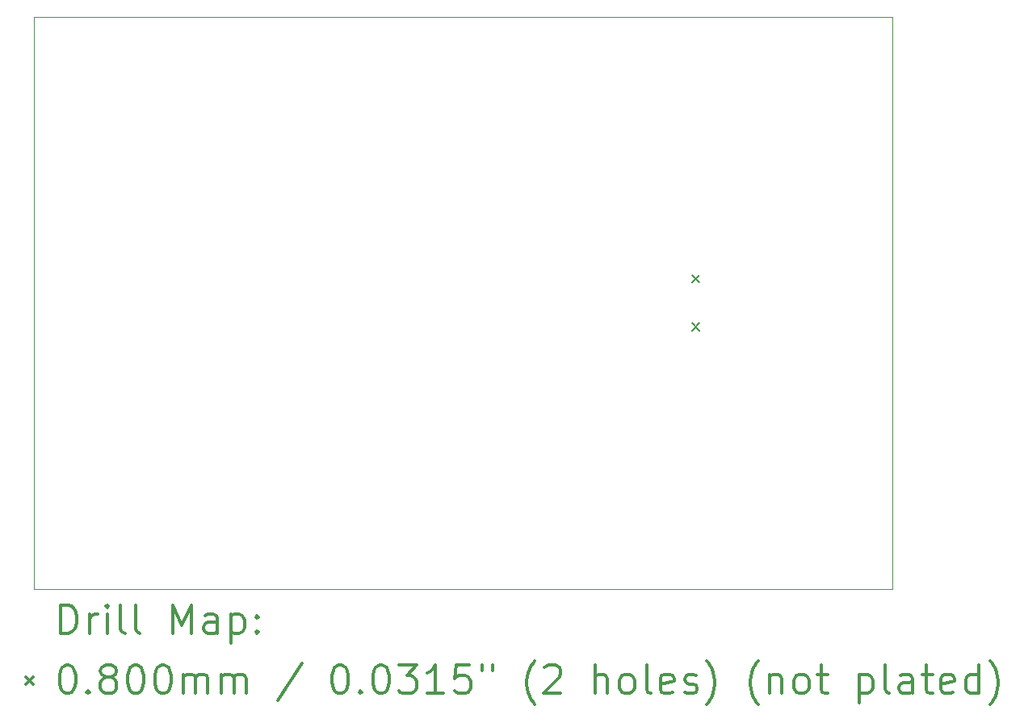
<source format=gbr>
%FSLAX45Y45*%
G04 Gerber Fmt 4.5, Leading zero omitted, Abs format (unit mm)*
G04 Created by KiCad (PCBNEW (5.1.12)-1) date 2021-12-17 11:46:13*
%MOMM*%
%LPD*%
G01*
G04 APERTURE LIST*
%TA.AperFunction,Profile*%
%ADD10C,0.050000*%
%TD*%
%ADD11C,0.200000*%
%ADD12C,0.300000*%
G04 APERTURE END LIST*
D10*
X9022000Y-7472360D02*
X18022000Y-7472360D01*
X18022000Y-7472360D02*
X18022000Y-13472360D01*
X9022000Y-13472360D02*
X9022000Y-7472360D01*
X18022000Y-13472360D02*
X9022000Y-13472360D01*
D11*
X15923682Y-10178490D02*
X16003682Y-10258490D01*
X16003682Y-10178490D02*
X15923682Y-10258490D01*
X15923682Y-10684230D02*
X16003682Y-10764230D01*
X16003682Y-10684230D02*
X15923682Y-10764230D01*
D12*
X9305928Y-13940574D02*
X9305928Y-13640574D01*
X9377357Y-13640574D01*
X9420214Y-13654860D01*
X9448786Y-13683431D01*
X9463071Y-13712003D01*
X9477357Y-13769146D01*
X9477357Y-13812003D01*
X9463071Y-13869146D01*
X9448786Y-13897717D01*
X9420214Y-13926289D01*
X9377357Y-13940574D01*
X9305928Y-13940574D01*
X9605928Y-13940574D02*
X9605928Y-13740574D01*
X9605928Y-13797717D02*
X9620214Y-13769146D01*
X9634500Y-13754860D01*
X9663071Y-13740574D01*
X9691643Y-13740574D01*
X9791643Y-13940574D02*
X9791643Y-13740574D01*
X9791643Y-13640574D02*
X9777357Y-13654860D01*
X9791643Y-13669146D01*
X9805928Y-13654860D01*
X9791643Y-13640574D01*
X9791643Y-13669146D01*
X9977357Y-13940574D02*
X9948786Y-13926289D01*
X9934500Y-13897717D01*
X9934500Y-13640574D01*
X10134500Y-13940574D02*
X10105928Y-13926289D01*
X10091643Y-13897717D01*
X10091643Y-13640574D01*
X10477357Y-13940574D02*
X10477357Y-13640574D01*
X10577357Y-13854860D01*
X10677357Y-13640574D01*
X10677357Y-13940574D01*
X10948786Y-13940574D02*
X10948786Y-13783431D01*
X10934500Y-13754860D01*
X10905928Y-13740574D01*
X10848786Y-13740574D01*
X10820214Y-13754860D01*
X10948786Y-13926289D02*
X10920214Y-13940574D01*
X10848786Y-13940574D01*
X10820214Y-13926289D01*
X10805928Y-13897717D01*
X10805928Y-13869146D01*
X10820214Y-13840574D01*
X10848786Y-13826289D01*
X10920214Y-13826289D01*
X10948786Y-13812003D01*
X11091643Y-13740574D02*
X11091643Y-14040574D01*
X11091643Y-13754860D02*
X11120214Y-13740574D01*
X11177357Y-13740574D01*
X11205928Y-13754860D01*
X11220214Y-13769146D01*
X11234500Y-13797717D01*
X11234500Y-13883431D01*
X11220214Y-13912003D01*
X11205928Y-13926289D01*
X11177357Y-13940574D01*
X11120214Y-13940574D01*
X11091643Y-13926289D01*
X11363071Y-13912003D02*
X11377357Y-13926289D01*
X11363071Y-13940574D01*
X11348786Y-13926289D01*
X11363071Y-13912003D01*
X11363071Y-13940574D01*
X11363071Y-13754860D02*
X11377357Y-13769146D01*
X11363071Y-13783431D01*
X11348786Y-13769146D01*
X11363071Y-13754860D01*
X11363071Y-13783431D01*
X8939500Y-14394860D02*
X9019500Y-14474860D01*
X9019500Y-14394860D02*
X8939500Y-14474860D01*
X9363071Y-14270574D02*
X9391643Y-14270574D01*
X9420214Y-14284860D01*
X9434500Y-14299146D01*
X9448786Y-14327717D01*
X9463071Y-14384860D01*
X9463071Y-14456289D01*
X9448786Y-14513431D01*
X9434500Y-14542003D01*
X9420214Y-14556289D01*
X9391643Y-14570574D01*
X9363071Y-14570574D01*
X9334500Y-14556289D01*
X9320214Y-14542003D01*
X9305928Y-14513431D01*
X9291643Y-14456289D01*
X9291643Y-14384860D01*
X9305928Y-14327717D01*
X9320214Y-14299146D01*
X9334500Y-14284860D01*
X9363071Y-14270574D01*
X9591643Y-14542003D02*
X9605928Y-14556289D01*
X9591643Y-14570574D01*
X9577357Y-14556289D01*
X9591643Y-14542003D01*
X9591643Y-14570574D01*
X9777357Y-14399146D02*
X9748786Y-14384860D01*
X9734500Y-14370574D01*
X9720214Y-14342003D01*
X9720214Y-14327717D01*
X9734500Y-14299146D01*
X9748786Y-14284860D01*
X9777357Y-14270574D01*
X9834500Y-14270574D01*
X9863071Y-14284860D01*
X9877357Y-14299146D01*
X9891643Y-14327717D01*
X9891643Y-14342003D01*
X9877357Y-14370574D01*
X9863071Y-14384860D01*
X9834500Y-14399146D01*
X9777357Y-14399146D01*
X9748786Y-14413431D01*
X9734500Y-14427717D01*
X9720214Y-14456289D01*
X9720214Y-14513431D01*
X9734500Y-14542003D01*
X9748786Y-14556289D01*
X9777357Y-14570574D01*
X9834500Y-14570574D01*
X9863071Y-14556289D01*
X9877357Y-14542003D01*
X9891643Y-14513431D01*
X9891643Y-14456289D01*
X9877357Y-14427717D01*
X9863071Y-14413431D01*
X9834500Y-14399146D01*
X10077357Y-14270574D02*
X10105928Y-14270574D01*
X10134500Y-14284860D01*
X10148786Y-14299146D01*
X10163071Y-14327717D01*
X10177357Y-14384860D01*
X10177357Y-14456289D01*
X10163071Y-14513431D01*
X10148786Y-14542003D01*
X10134500Y-14556289D01*
X10105928Y-14570574D01*
X10077357Y-14570574D01*
X10048786Y-14556289D01*
X10034500Y-14542003D01*
X10020214Y-14513431D01*
X10005928Y-14456289D01*
X10005928Y-14384860D01*
X10020214Y-14327717D01*
X10034500Y-14299146D01*
X10048786Y-14284860D01*
X10077357Y-14270574D01*
X10363071Y-14270574D02*
X10391643Y-14270574D01*
X10420214Y-14284860D01*
X10434500Y-14299146D01*
X10448786Y-14327717D01*
X10463071Y-14384860D01*
X10463071Y-14456289D01*
X10448786Y-14513431D01*
X10434500Y-14542003D01*
X10420214Y-14556289D01*
X10391643Y-14570574D01*
X10363071Y-14570574D01*
X10334500Y-14556289D01*
X10320214Y-14542003D01*
X10305928Y-14513431D01*
X10291643Y-14456289D01*
X10291643Y-14384860D01*
X10305928Y-14327717D01*
X10320214Y-14299146D01*
X10334500Y-14284860D01*
X10363071Y-14270574D01*
X10591643Y-14570574D02*
X10591643Y-14370574D01*
X10591643Y-14399146D02*
X10605928Y-14384860D01*
X10634500Y-14370574D01*
X10677357Y-14370574D01*
X10705928Y-14384860D01*
X10720214Y-14413431D01*
X10720214Y-14570574D01*
X10720214Y-14413431D02*
X10734500Y-14384860D01*
X10763071Y-14370574D01*
X10805928Y-14370574D01*
X10834500Y-14384860D01*
X10848786Y-14413431D01*
X10848786Y-14570574D01*
X10991643Y-14570574D02*
X10991643Y-14370574D01*
X10991643Y-14399146D02*
X11005928Y-14384860D01*
X11034500Y-14370574D01*
X11077357Y-14370574D01*
X11105928Y-14384860D01*
X11120214Y-14413431D01*
X11120214Y-14570574D01*
X11120214Y-14413431D02*
X11134500Y-14384860D01*
X11163071Y-14370574D01*
X11205928Y-14370574D01*
X11234500Y-14384860D01*
X11248786Y-14413431D01*
X11248786Y-14570574D01*
X11834500Y-14256289D02*
X11577357Y-14642003D01*
X12220214Y-14270574D02*
X12248786Y-14270574D01*
X12277357Y-14284860D01*
X12291643Y-14299146D01*
X12305928Y-14327717D01*
X12320214Y-14384860D01*
X12320214Y-14456289D01*
X12305928Y-14513431D01*
X12291643Y-14542003D01*
X12277357Y-14556289D01*
X12248786Y-14570574D01*
X12220214Y-14570574D01*
X12191643Y-14556289D01*
X12177357Y-14542003D01*
X12163071Y-14513431D01*
X12148786Y-14456289D01*
X12148786Y-14384860D01*
X12163071Y-14327717D01*
X12177357Y-14299146D01*
X12191643Y-14284860D01*
X12220214Y-14270574D01*
X12448786Y-14542003D02*
X12463071Y-14556289D01*
X12448786Y-14570574D01*
X12434500Y-14556289D01*
X12448786Y-14542003D01*
X12448786Y-14570574D01*
X12648786Y-14270574D02*
X12677357Y-14270574D01*
X12705928Y-14284860D01*
X12720214Y-14299146D01*
X12734500Y-14327717D01*
X12748786Y-14384860D01*
X12748786Y-14456289D01*
X12734500Y-14513431D01*
X12720214Y-14542003D01*
X12705928Y-14556289D01*
X12677357Y-14570574D01*
X12648786Y-14570574D01*
X12620214Y-14556289D01*
X12605928Y-14542003D01*
X12591643Y-14513431D01*
X12577357Y-14456289D01*
X12577357Y-14384860D01*
X12591643Y-14327717D01*
X12605928Y-14299146D01*
X12620214Y-14284860D01*
X12648786Y-14270574D01*
X12848786Y-14270574D02*
X13034500Y-14270574D01*
X12934500Y-14384860D01*
X12977357Y-14384860D01*
X13005928Y-14399146D01*
X13020214Y-14413431D01*
X13034500Y-14442003D01*
X13034500Y-14513431D01*
X13020214Y-14542003D01*
X13005928Y-14556289D01*
X12977357Y-14570574D01*
X12891643Y-14570574D01*
X12863071Y-14556289D01*
X12848786Y-14542003D01*
X13320214Y-14570574D02*
X13148786Y-14570574D01*
X13234500Y-14570574D02*
X13234500Y-14270574D01*
X13205928Y-14313431D01*
X13177357Y-14342003D01*
X13148786Y-14356289D01*
X13591643Y-14270574D02*
X13448786Y-14270574D01*
X13434500Y-14413431D01*
X13448786Y-14399146D01*
X13477357Y-14384860D01*
X13548786Y-14384860D01*
X13577357Y-14399146D01*
X13591643Y-14413431D01*
X13605928Y-14442003D01*
X13605928Y-14513431D01*
X13591643Y-14542003D01*
X13577357Y-14556289D01*
X13548786Y-14570574D01*
X13477357Y-14570574D01*
X13448786Y-14556289D01*
X13434500Y-14542003D01*
X13720214Y-14270574D02*
X13720214Y-14327717D01*
X13834500Y-14270574D02*
X13834500Y-14327717D01*
X14277357Y-14684860D02*
X14263071Y-14670574D01*
X14234500Y-14627717D01*
X14220214Y-14599146D01*
X14205928Y-14556289D01*
X14191643Y-14484860D01*
X14191643Y-14427717D01*
X14205928Y-14356289D01*
X14220214Y-14313431D01*
X14234500Y-14284860D01*
X14263071Y-14242003D01*
X14277357Y-14227717D01*
X14377357Y-14299146D02*
X14391643Y-14284860D01*
X14420214Y-14270574D01*
X14491643Y-14270574D01*
X14520214Y-14284860D01*
X14534500Y-14299146D01*
X14548786Y-14327717D01*
X14548786Y-14356289D01*
X14534500Y-14399146D01*
X14363071Y-14570574D01*
X14548786Y-14570574D01*
X14905928Y-14570574D02*
X14905928Y-14270574D01*
X15034500Y-14570574D02*
X15034500Y-14413431D01*
X15020214Y-14384860D01*
X14991643Y-14370574D01*
X14948786Y-14370574D01*
X14920214Y-14384860D01*
X14905928Y-14399146D01*
X15220214Y-14570574D02*
X15191643Y-14556289D01*
X15177357Y-14542003D01*
X15163071Y-14513431D01*
X15163071Y-14427717D01*
X15177357Y-14399146D01*
X15191643Y-14384860D01*
X15220214Y-14370574D01*
X15263071Y-14370574D01*
X15291643Y-14384860D01*
X15305928Y-14399146D01*
X15320214Y-14427717D01*
X15320214Y-14513431D01*
X15305928Y-14542003D01*
X15291643Y-14556289D01*
X15263071Y-14570574D01*
X15220214Y-14570574D01*
X15491643Y-14570574D02*
X15463071Y-14556289D01*
X15448786Y-14527717D01*
X15448786Y-14270574D01*
X15720214Y-14556289D02*
X15691643Y-14570574D01*
X15634500Y-14570574D01*
X15605928Y-14556289D01*
X15591643Y-14527717D01*
X15591643Y-14413431D01*
X15605928Y-14384860D01*
X15634500Y-14370574D01*
X15691643Y-14370574D01*
X15720214Y-14384860D01*
X15734500Y-14413431D01*
X15734500Y-14442003D01*
X15591643Y-14470574D01*
X15848786Y-14556289D02*
X15877357Y-14570574D01*
X15934500Y-14570574D01*
X15963071Y-14556289D01*
X15977357Y-14527717D01*
X15977357Y-14513431D01*
X15963071Y-14484860D01*
X15934500Y-14470574D01*
X15891643Y-14470574D01*
X15863071Y-14456289D01*
X15848786Y-14427717D01*
X15848786Y-14413431D01*
X15863071Y-14384860D01*
X15891643Y-14370574D01*
X15934500Y-14370574D01*
X15963071Y-14384860D01*
X16077357Y-14684860D02*
X16091643Y-14670574D01*
X16120214Y-14627717D01*
X16134500Y-14599146D01*
X16148786Y-14556289D01*
X16163071Y-14484860D01*
X16163071Y-14427717D01*
X16148786Y-14356289D01*
X16134500Y-14313431D01*
X16120214Y-14284860D01*
X16091643Y-14242003D01*
X16077357Y-14227717D01*
X16620214Y-14684860D02*
X16605928Y-14670574D01*
X16577357Y-14627717D01*
X16563071Y-14599146D01*
X16548786Y-14556289D01*
X16534500Y-14484860D01*
X16534500Y-14427717D01*
X16548786Y-14356289D01*
X16563071Y-14313431D01*
X16577357Y-14284860D01*
X16605928Y-14242003D01*
X16620214Y-14227717D01*
X16734500Y-14370574D02*
X16734500Y-14570574D01*
X16734500Y-14399146D02*
X16748786Y-14384860D01*
X16777357Y-14370574D01*
X16820214Y-14370574D01*
X16848786Y-14384860D01*
X16863071Y-14413431D01*
X16863071Y-14570574D01*
X17048786Y-14570574D02*
X17020214Y-14556289D01*
X17005928Y-14542003D01*
X16991643Y-14513431D01*
X16991643Y-14427717D01*
X17005928Y-14399146D01*
X17020214Y-14384860D01*
X17048786Y-14370574D01*
X17091643Y-14370574D01*
X17120214Y-14384860D01*
X17134500Y-14399146D01*
X17148786Y-14427717D01*
X17148786Y-14513431D01*
X17134500Y-14542003D01*
X17120214Y-14556289D01*
X17091643Y-14570574D01*
X17048786Y-14570574D01*
X17234500Y-14370574D02*
X17348786Y-14370574D01*
X17277357Y-14270574D02*
X17277357Y-14527717D01*
X17291643Y-14556289D01*
X17320214Y-14570574D01*
X17348786Y-14570574D01*
X17677357Y-14370574D02*
X17677357Y-14670574D01*
X17677357Y-14384860D02*
X17705928Y-14370574D01*
X17763071Y-14370574D01*
X17791643Y-14384860D01*
X17805928Y-14399146D01*
X17820214Y-14427717D01*
X17820214Y-14513431D01*
X17805928Y-14542003D01*
X17791643Y-14556289D01*
X17763071Y-14570574D01*
X17705928Y-14570574D01*
X17677357Y-14556289D01*
X17991643Y-14570574D02*
X17963071Y-14556289D01*
X17948786Y-14527717D01*
X17948786Y-14270574D01*
X18234500Y-14570574D02*
X18234500Y-14413431D01*
X18220214Y-14384860D01*
X18191643Y-14370574D01*
X18134500Y-14370574D01*
X18105928Y-14384860D01*
X18234500Y-14556289D02*
X18205928Y-14570574D01*
X18134500Y-14570574D01*
X18105928Y-14556289D01*
X18091643Y-14527717D01*
X18091643Y-14499146D01*
X18105928Y-14470574D01*
X18134500Y-14456289D01*
X18205928Y-14456289D01*
X18234500Y-14442003D01*
X18334500Y-14370574D02*
X18448786Y-14370574D01*
X18377357Y-14270574D02*
X18377357Y-14527717D01*
X18391643Y-14556289D01*
X18420214Y-14570574D01*
X18448786Y-14570574D01*
X18663071Y-14556289D02*
X18634500Y-14570574D01*
X18577357Y-14570574D01*
X18548786Y-14556289D01*
X18534500Y-14527717D01*
X18534500Y-14413431D01*
X18548786Y-14384860D01*
X18577357Y-14370574D01*
X18634500Y-14370574D01*
X18663071Y-14384860D01*
X18677357Y-14413431D01*
X18677357Y-14442003D01*
X18534500Y-14470574D01*
X18934500Y-14570574D02*
X18934500Y-14270574D01*
X18934500Y-14556289D02*
X18905928Y-14570574D01*
X18848786Y-14570574D01*
X18820214Y-14556289D01*
X18805928Y-14542003D01*
X18791643Y-14513431D01*
X18791643Y-14427717D01*
X18805928Y-14399146D01*
X18820214Y-14384860D01*
X18848786Y-14370574D01*
X18905928Y-14370574D01*
X18934500Y-14384860D01*
X19048786Y-14684860D02*
X19063071Y-14670574D01*
X19091643Y-14627717D01*
X19105928Y-14599146D01*
X19120214Y-14556289D01*
X19134500Y-14484860D01*
X19134500Y-14427717D01*
X19120214Y-14356289D01*
X19105928Y-14313431D01*
X19091643Y-14284860D01*
X19063071Y-14242003D01*
X19048786Y-14227717D01*
M02*

</source>
